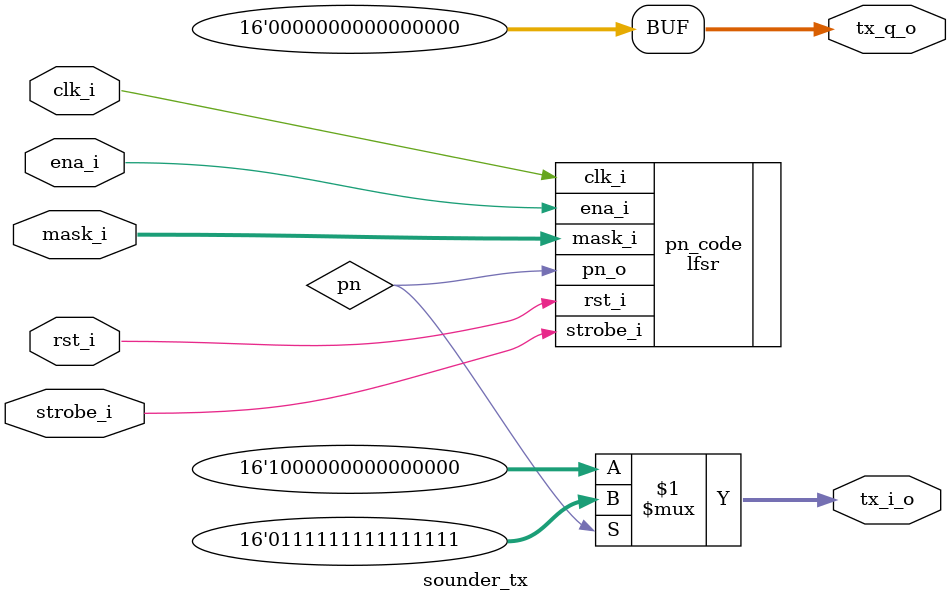
<source format=v>

`include "../../../../usrp/firmware/include/fpga_regs_common.v"
`include "../../../../usrp/firmware/include/fpga_regs_standard.v"

`define MAX_VALUE 16'h7FFF // 2s complement
`define MIN_VALUE 16'h8000

module sounder_tx(clk_i,rst_i,ena_i,strobe_i,mask_i,tx_i_o,tx_q_o);
   input         clk_i;
   input         rst_i;
   input         ena_i;
   input         strobe_i;
   input  [15:0] mask_i;
   output [15:0] tx_i_o;
   output [15:0] tx_q_o;

   wire          pn;

   lfsr pn_code
     ( .clk_i(clk_i),.rst_i(rst_i),.ena_i(ena_i),.strobe_i(strobe_i),.mask_i(mask_i),.pn_o(pn) );

   assign tx_i_o = pn ? `MAX_VALUE : `MIN_VALUE; // Bipolar
   assign tx_q_o = 16'b0;

endmodule // sounder_tx

</source>
